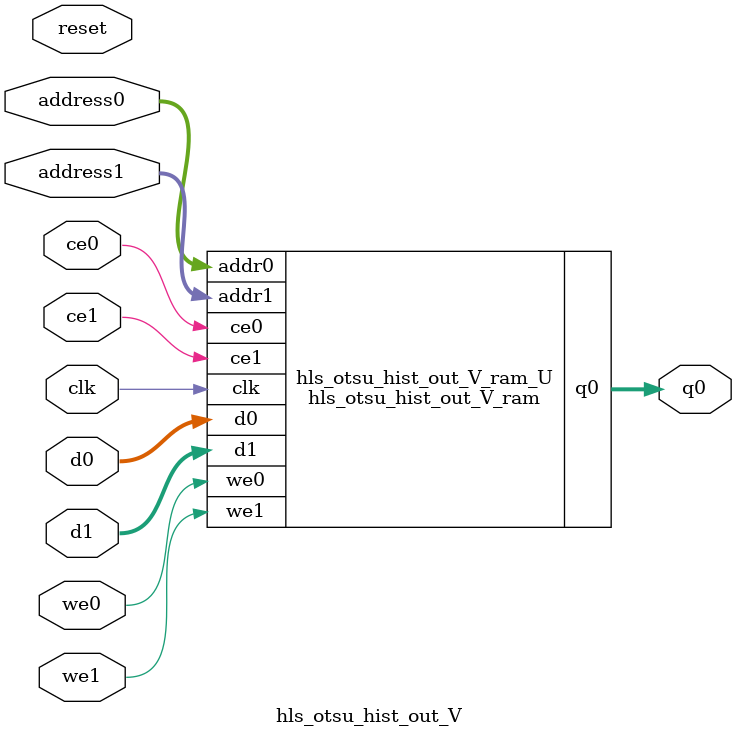
<source format=v>

`timescale 1 ns / 1 ps
module hls_otsu_hist_out_V_ram (addr0, ce0, d0, we0, q0, addr1, ce1, d1, we1,  clk);

parameter DWIDTH = 19;
parameter AWIDTH = 8;
parameter MEM_SIZE = 256;

input[AWIDTH-1:0] addr0;
input ce0;
input[DWIDTH-1:0] d0;
input we0;
output reg[DWIDTH-1:0] q0;
input[AWIDTH-1:0] addr1;
input ce1;
input[DWIDTH-1:0] d1;
input we1;
input clk;

(* ram_style = "block" *)reg [DWIDTH-1:0] ram[0:MEM_SIZE-1];




always @(posedge clk)  
begin 
    if (ce0) 
    begin
        if (we0) 
        begin 
            ram[addr0] <= d0; 
            q0 <= d0;
        end 
        else 
            q0 <= ram[addr0];
    end
end


always @(posedge clk)  
begin 
    if (ce1) 
    begin
        if (we1) 
        begin 
            ram[addr1] <= d1; 
        end 
    end
end


endmodule


`timescale 1 ns / 1 ps
module hls_otsu_hist_out_V(
    reset,
    clk,
    address0,
    ce0,
    we0,
    d0,
    q0,
    address1,
    ce1,
    we1,
    d1);

parameter DataWidth = 32'd19;
parameter AddressRange = 32'd256;
parameter AddressWidth = 32'd8;
input reset;
input clk;
input[AddressWidth - 1:0] address0;
input ce0;
input we0;
input[DataWidth - 1:0] d0;
output[DataWidth - 1:0] q0;
input[AddressWidth - 1:0] address1;
input ce1;
input we1;
input[DataWidth - 1:0] d1;



hls_otsu_hist_out_V_ram hls_otsu_hist_out_V_ram_U(
    .clk( clk ),
    .addr0( address0 ),
    .ce0( ce0 ),
    .d0( d0 ),
    .we0( we0 ),
    .q0( q0 ),
    .addr1( address1 ),
    .ce1( ce1 ),
    .d1( d1 ),
    .we1( we1 ));

endmodule


</source>
